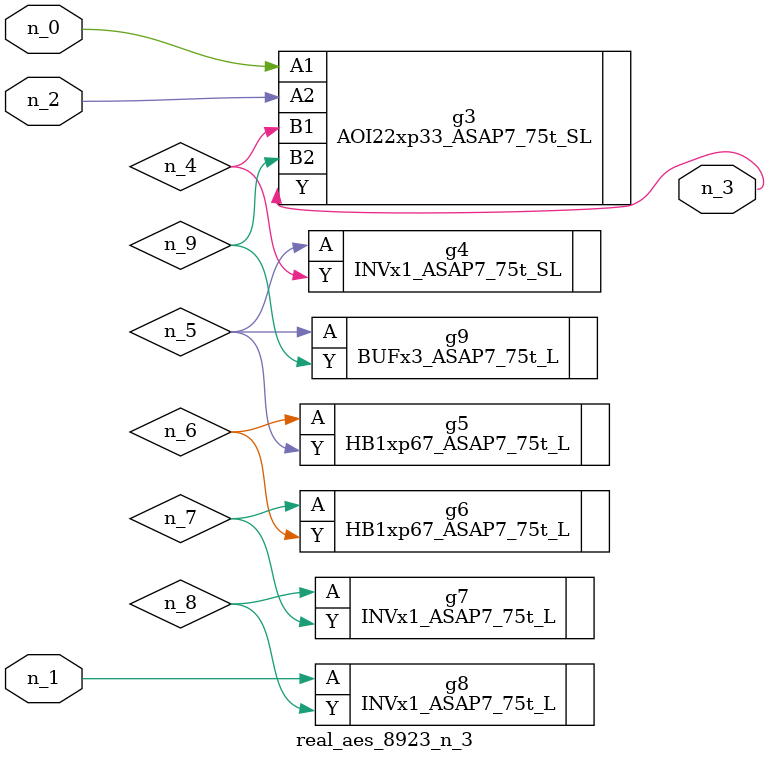
<source format=v>
module real_aes_8923_n_3 (n_0, n_2, n_1, n_3);
input n_0;
input n_2;
input n_1;
output n_3;
wire n_4;
wire n_5;
wire n_7;
wire n_9;
wire n_6;
wire n_8;
AOI22xp33_ASAP7_75t_SL g3 ( .A1(n_0), .A2(n_2), .B1(n_4), .B2(n_9), .Y(n_3) );
INVx1_ASAP7_75t_L g8 ( .A(n_1), .Y(n_8) );
INVx1_ASAP7_75t_SL g4 ( .A(n_5), .Y(n_4) );
BUFx3_ASAP7_75t_L g9 ( .A(n_5), .Y(n_9) );
HB1xp67_ASAP7_75t_L g5 ( .A(n_6), .Y(n_5) );
HB1xp67_ASAP7_75t_L g6 ( .A(n_7), .Y(n_6) );
INVx1_ASAP7_75t_L g7 ( .A(n_8), .Y(n_7) );
endmodule
</source>
